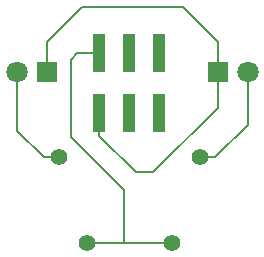
<source format=gbr>
%TF.GenerationSoftware,KiCad,Pcbnew,8.0.8*%
%TF.CreationDate,2025-04-07T01:52:13-03:00*%
%TF.ProjectId,Sao_Diamond,53616f5f-4469-4616-9d6f-6e642e6b6963,rev?*%
%TF.SameCoordinates,Original*%
%TF.FileFunction,Copper,L2,Bot*%
%TF.FilePolarity,Positive*%
%FSLAX46Y46*%
G04 Gerber Fmt 4.6, Leading zero omitted, Abs format (unit mm)*
G04 Created by KiCad (PCBNEW 8.0.8) date 2025-04-07 01:52:13*
%MOMM*%
%LPD*%
G01*
G04 APERTURE LIST*
G04 Aperture macros list*
%AMHorizOval*
0 Thick line with rounded ends*
0 $1 width*
0 $2 $3 position (X,Y) of the first rounded end (center of the circle)*
0 $4 $5 position (X,Y) of the second rounded end (center of the circle)*
0 Add line between two ends*
20,1,$1,$2,$3,$4,$5,0*
0 Add two circle primitives to create the rounded ends*
1,1,$1,$2,$3*
1,1,$1,$4,$5*%
G04 Aperture macros list end*
%TA.AperFunction,ComponentPad*%
%ADD10R,1.800000X1.800000*%
%TD*%
%TA.AperFunction,ComponentPad*%
%ADD11C,1.800000*%
%TD*%
%TA.AperFunction,ComponentPad*%
%ADD12C,1.400000*%
%TD*%
%TA.AperFunction,ComponentPad*%
%ADD13HorizOval,1.400000X0.000000X0.000000X0.000000X0.000000X0*%
%TD*%
%TA.AperFunction,ComponentPad*%
%ADD14HorizOval,1.400000X0.000000X0.000000X0.000000X0.000000X0*%
%TD*%
%TA.AperFunction,SMDPad,CuDef*%
%ADD15R,1.041400X3.200400*%
%TD*%
%TA.AperFunction,Conductor*%
%ADD16C,0.200000*%
%TD*%
G04 APERTURE END LIST*
D10*
%TO.P,D2,1,K*%
%TO.N,GND*%
X186460000Y-50500000D03*
D11*
%TO.P,D2,2,A*%
%TO.N,Net-(D2-A)*%
X189000000Y-50500000D03*
%TD*%
D10*
%TO.P,D1,1,K*%
%TO.N,GND*%
X172000000Y-50500000D03*
D11*
%TO.P,D1,2,A*%
%TO.N,Net-(D1-A)*%
X169460000Y-50500000D03*
%TD*%
D12*
%TO.P,R1,1*%
%TO.N,+3.3V*%
X175417863Y-64976227D03*
D13*
%TO.P,R1,2*%
%TO.N,Net-(D1-A)*%
X173000000Y-57750000D03*
%TD*%
D12*
%TO.P,R2,1*%
%TO.N,+3.3V*%
X182582138Y-64976227D03*
D14*
%TO.P,R2,2*%
%TO.N,Net-(D2-A)*%
X185000000Y-57750000D03*
%TD*%
D15*
%TO.P,J1,1,GPIO1*%
%TO.N,unconnected-(J1-GPIO1-Pad1)*%
X181500000Y-48950002D03*
%TO.P,J1,2,GPIO2*%
%TO.N,unconnected-(J1-GPIO2-Pad2)*%
X181500000Y-54000000D03*
%TO.P,J1,3,SDA*%
%TO.N,unconnected-(J1-SDA-Pad3)*%
X178960000Y-48950002D03*
%TO.P,J1,4,SCL*%
%TO.N,unconnected-(J1-SCL-Pad4)*%
X178960000Y-54000000D03*
%TO.P,J1,5,3V3*%
%TO.N,+3.3V*%
X176420000Y-48950002D03*
%TO.P,J1,6,GND*%
%TO.N,GND*%
X176420000Y-54000000D03*
%TD*%
D16*
%TO.N,GND*%
X183480000Y-45000000D02*
X186460000Y-47980000D01*
X186460000Y-47980000D02*
X186460000Y-50500000D01*
X176420000Y-55920000D02*
X176420000Y-54000000D01*
X186460000Y-50500000D02*
X186460000Y-53540000D01*
X175000000Y-45000000D02*
X183480000Y-45000000D01*
X172000000Y-50500000D02*
X172000000Y-48000000D01*
X179500000Y-59000000D02*
X176420000Y-55920000D01*
X186460000Y-53540000D02*
X181000000Y-59000000D01*
X181000000Y-59000000D02*
X179500000Y-59000000D01*
X172000000Y-48000000D02*
X175000000Y-45000000D01*
%TO.N,Net-(D1-A)*%
X171750000Y-57750000D02*
X169500000Y-55500000D01*
X169460000Y-54960000D02*
X169460000Y-50500000D01*
X173000000Y-57750000D02*
X171750000Y-57750000D01*
X169500000Y-55000000D02*
X169460000Y-54960000D01*
X169500000Y-55500000D02*
X169500000Y-55000000D01*
%TO.N,Net-(D2-A)*%
X189000000Y-55000000D02*
X189000000Y-50500000D01*
X186250000Y-57750000D02*
X189000000Y-55000000D01*
X185000000Y-57750000D02*
X186250000Y-57750000D01*
%TO.N,+3.3V*%
X182582138Y-64976227D02*
X178500000Y-64976227D01*
X176420000Y-48950002D02*
X174549998Y-48950002D01*
X178500000Y-64976227D02*
X175417863Y-64976227D01*
X174000000Y-56000000D02*
X178500000Y-60500000D01*
X178500000Y-60500000D02*
X178500000Y-64976227D01*
X174000000Y-49500000D02*
X174000000Y-56000000D01*
X174549998Y-48950002D02*
X174000000Y-49500000D01*
%TD*%
M02*

</source>
